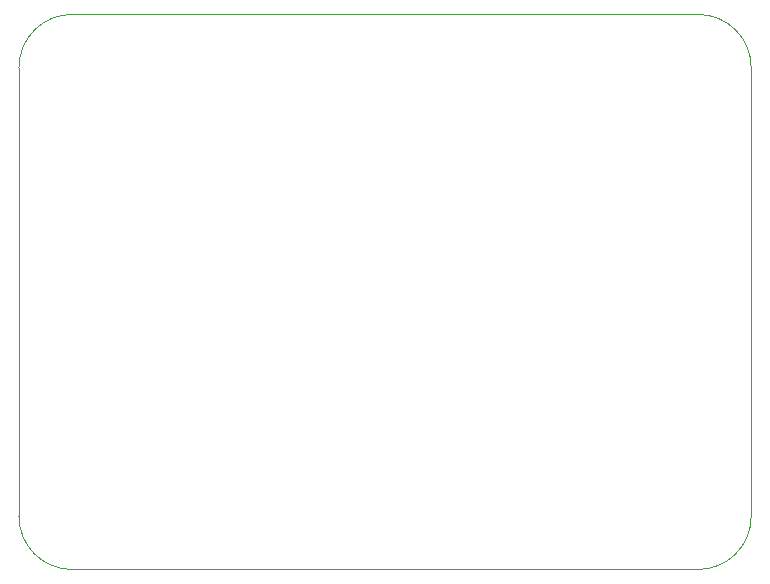
<source format=gm1>
G04 #@! TF.GenerationSoftware,KiCad,Pcbnew,7.0.2*
G04 #@! TF.CreationDate,2023-06-13T08:28:25-06:00*
G04 #@! TF.ProjectId,Fuente_TE2007B_Simetrica,4675656e-7465-45f5-9445-32303037425f,rev?*
G04 #@! TF.SameCoordinates,Original*
G04 #@! TF.FileFunction,Profile,NP*
%FSLAX46Y46*%
G04 Gerber Fmt 4.6, Leading zero omitted, Abs format (unit mm)*
G04 Created by KiCad (PCBNEW 7.0.2) date 2023-06-13 08:28:25*
%MOMM*%
%LPD*%
G01*
G04 APERTURE LIST*
G04 #@! TA.AperFunction,Profile*
%ADD10C,0.100000*%
G04 #@! TD*
G04 APERTURE END LIST*
D10*
X78000000Y-114000000D02*
X78000000Y-76000000D01*
X78000000Y-114000000D02*
G75*
G03*
X82500000Y-118500000I4500000J0D01*
G01*
X82500000Y-71500000D02*
X135500000Y-71500000D01*
X139999886Y-76031865D02*
X140000000Y-114000000D01*
X139999887Y-76031865D02*
G75*
G03*
X135500000Y-71500000I-4499887J31865D01*
G01*
X135500000Y-118500000D02*
X82500000Y-118500000D01*
X82500000Y-71500000D02*
G75*
G03*
X78000000Y-76000000I0J-4500000D01*
G01*
X135500000Y-118500000D02*
G75*
G03*
X140000000Y-114000000I0J4500000D01*
G01*
M02*

</source>
